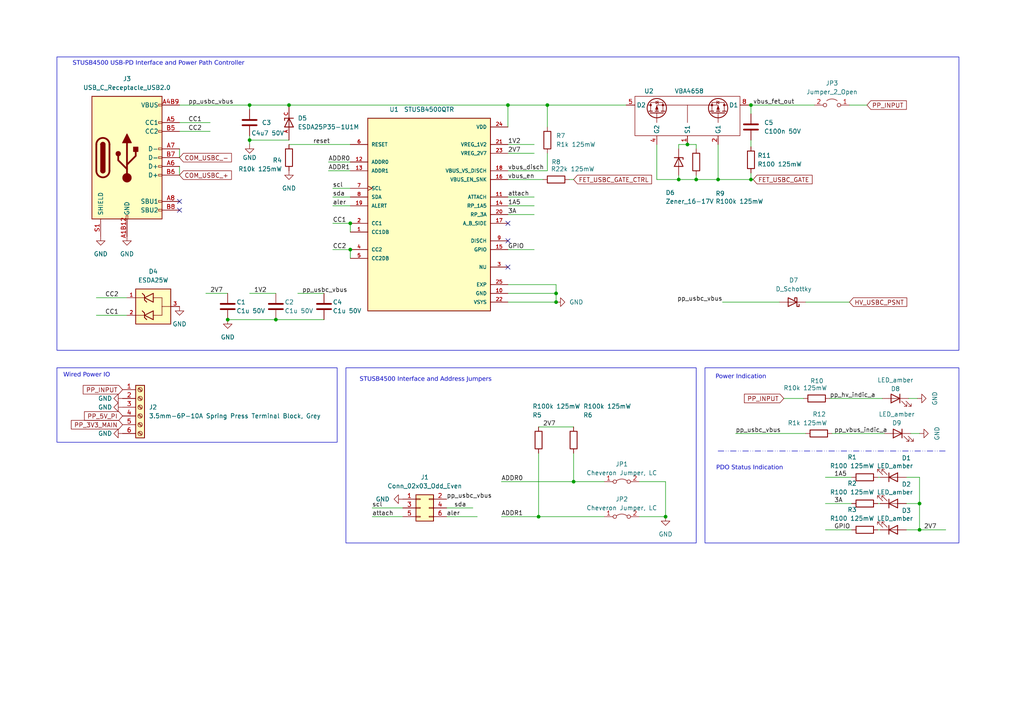
<source format=kicad_sch>
(kicad_sch (version 20231120) (generator "eeschema") (generator_version "8.0")
  (paper "A4")
  (title_block (title "Power Interfaces") (date "2025-02-17") (rev "2.0") (comment 1 "Matthew Guo") (comment 2 "matthew@paisleymicro.com") (comment 3 "Matthew Guo") (comment 4 "matthew@paisleymicro.com") (comment 5 "Firefly-4") (comment 6 "PAISLEY-FC-4") (comment 7 "2025") (comment 8 "Firefly Automation Controller for RPi CM4"))
  (lib_symbols
    (symbol "Connector:Screw_Terminal_01x06" (pin_names (offset 1.016) hide)
      (property "Reference" "J" (at 0 7.62 0))
      (property "Value" "Screw_Terminal_01x06" (at 0 -10.16 0))
      (symbol "Screw_Terminal_01x06_1_1"
        (rectangle (start -1.27 6.35) (end 1.27 -8.89) (stroke (width 0.254)) (fill (type background)))
        (circle (center 0 -7.62) (radius 0.635) (stroke (width 0.1524)))
        (circle (center 0 -5.08) (radius 0.635) (stroke (width 0.1524)))
        (circle (center 0 -2.54) (radius 0.635) (stroke (width 0.1524)))
        (polyline (pts (xy -0.5334 -7.2898) (xy 0.3302 -8.128)) (stroke (width 0.1524)))
        (polyline (pts (xy -0.5334 -4.7498) (xy 0.3302 -5.588)) (stroke (width 0.1524)))
        (polyline (pts (xy -0.5334 -2.2098) (xy 0.3302 -3.048)) (stroke (width 0.1524)))
        (polyline (pts (xy -0.5334 0.3302) (xy 0.3302 -0.508)) (stroke (width 0.1524)))
        (polyline (pts (xy -0.5334 2.8702) (xy 0.3302 2.032)) (stroke (width 0.1524)))
        (polyline (pts (xy -0.5334 5.4102) (xy 0.3302 4.572)) (stroke (width 0.1524)))
        (polyline (pts (xy -0.3556 -7.112) (xy 0.508 -7.9502)) (stroke (width 0.1524)))
        (polyline (pts (xy -0.3556 -4.572) (xy 0.508 -5.4102)) (stroke (width 0.1524)))
        (polyline (pts (xy -0.3556 -2.032) (xy 0.508 -2.8702)) (stroke (width 0.1524)))
        (polyline (pts (xy -0.3556 0.508) (xy 0.508 -0.3302)) (stroke (width 0.1524)))
        (polyline (pts (xy -0.3556 3.048) (xy 0.508 2.2098)) (stroke (width 0.1524)))
        (polyline (pts (xy -0.3556 5.588) (xy 0.508 4.7498)) (stroke (width 0.1524)))
        (circle (center 0 0) (radius 0.635) (stroke (width 0.1524)))
        (circle (center 0 2.54) (radius 0.635) (stroke (width 0.1524)))
        (circle (center 0 5.08) (radius 0.635) (stroke (width 0.1524)))
        (pin passive line (at -5.08 5.08 0) (length 3.81) (name "Pin_1") (number "1"))
        (pin passive line (at -5.08 2.54 0) (length 3.81) (name "Pin_2") (number "2"))
        (pin passive line (at -5.08 0 0) (length 3.81) (name "Pin_3") (number "3"))
        (pin passive line (at -5.08 -2.54 0) (length 3.81) (name "Pin_4") (number "4"))
        (pin passive line (at -5.08 -5.08 0) (length 3.81) (name "Pin_5") (number "5"))
        (pin passive line (at -5.08 -7.62 0) (length 3.81) (name "Pin_6") (number "6"))
      )
    )
    (symbol "Connector:USB_C_Receptacle_USB2.0" (pin_names (offset 1.016))
      (property "Reference" "J6" (at 0 22.86 0))
      (property "Value" "USB_C_Receptacle_USB2.0" (at 0 20.32 0))
      (symbol "USB_C_Receptacle_USB2.0_0_0"
        (rectangle (start -0.254 -17.78) (end 0.254 -16.764))
        (rectangle (start 10.16 -14.986) (end 9.144 -15.494))
        (rectangle (start 10.16 -12.446) (end 9.144 -12.954))
        (rectangle (start 10.16 -4.826) (end 9.144 -5.334))
        (rectangle (start 10.16 -2.286) (end 9.144 -2.794))
        (rectangle (start 10.16 0.254) (end 9.144 -0.254))
        (rectangle (start 10.16 2.794) (end 9.144 2.286))
        (rectangle (start 10.16 7.874) (end 9.144 7.366))
        (rectangle (start 10.16 10.414) (end 9.144 9.906))
        (rectangle (start 10.16 15.494) (end 9.144 14.986))
      )
      (symbol "USB_C_Receptacle_USB2.0_0_1"
        (rectangle (start -10.16 17.78) (end 10.16 -17.78) (stroke (width 0.254)) (fill (type background)))
        (arc (start -8.89 -3.81) (mid -6.985 -5.7067) (end -5.08 -3.81) (stroke (width 0.508)))
        (arc (start -7.62 -3.81) (mid -6.985 -4.4423) (end -6.35 -3.81) (stroke (width 0.254)))
        (arc (start -7.62 -3.81) (mid -6.985 -4.4423) (end -6.35 -3.81) (stroke (width 0.254)) (fill (type outline)))
        (rectangle (start -7.62 -3.81) (end -6.35 3.81) (stroke (width 0.254)) (fill (type outline)))
        (arc (start -6.35 3.81) (mid -6.985 4.4423) (end -7.62 3.81) (stroke (width 0.254)))
        (arc (start -6.35 3.81) (mid -6.985 4.4423) (end -7.62 3.81) (stroke (width 0.254)) (fill (type outline)))
        (arc (start -5.08 3.81) (mid -6.985 5.7067) (end -8.89 3.81) (stroke (width 0.508)))
        (circle (center -2.54 1.143) (radius 0.635) (stroke (width 0.254)) (fill (type outline)))
        (circle (center 0 -5.842) (radius 1.27) (fill (type outline)))
        (polyline (pts (xy -8.89 -3.81) (xy -8.89 3.81)) (stroke (width 0.508)))
        (polyline (pts (xy -5.08 3.81) (xy -5.08 -3.81)) (stroke (width 0.508)))
        (polyline (pts (xy 0 -5.842) (xy 0 4.318)) (stroke (width 0.508)))
        (polyline (pts (xy 0 -3.302) (xy -2.54 -0.762) (xy -2.54 0.508)) (stroke (width 0.508)))
        (polyline (pts (xy 0 -2.032) (xy 2.54 0.508) (xy 2.54 1.778)) (stroke (width 0.508)))
        (polyline (pts (xy -1.27 4.318) (xy 0 6.858) (xy 1.27 4.318) (xy -1.27 4.318)) (stroke (width 0.254)) (fill (type outline)))
        (rectangle (start 1.905 1.778) (end 3.175 3.048) (stroke (width 0.254)) (fill (type outline)))
      )
      (symbol "USB_C_Receptacle_USB2.0_1_1"
        (pin passive line (at 0 -22.86 90) (length 5.08) hide (name "GND") (number "A12B1"))
        (pin passive line (at 0 -22.86 90) (length 5.08) (name "GND") (number "A1B12"))
        (pin passive line (at 15.24 15.24 180) (length 5.08) (name "VBUS") (number "A4B9"))
        (pin bidirectional line (at 15.24 10.16 180) (length 5.08) (name "CC1") (number "A5"))
        (pin bidirectional line (at 15.24 -2.54 180) (length 5.08) (name "D+") (number "A6"))
        (pin bidirectional line (at 15.24 2.54 180) (length 5.08) (name "D-") (number "A7"))
        (pin bidirectional line (at 15.24 -12.7 180) (length 5.08) (name "SBU1") (number "A8"))
        (pin passive line (at 15.24 15.24 180) (length 5.08) hide (name "VBUS") (number "A9B4"))
        (pin bidirectional line (at 15.24 7.62 180) (length 5.08) (name "CC2") (number "B5"))
        (pin bidirectional line (at 15.24 -5.08 180) (length 5.08) (name "D+") (number "B6"))
        (pin bidirectional line (at 15.24 0 180) (length 5.08) (name "D-") (number "B7"))
        (pin bidirectional line (at 15.24 -15.24 180) (length 5.08) (name "SBU2") (number "B8"))
        (pin passive line (at -7.62 -22.86 90) (length 5.08) (name "SHIELD") (number "S1"))
      )
    )
    (symbol "Connector_Generic:Conn_02x03_Odd_Even" (pin_names (offset 1.016) hide)
      (property "Reference" "J" (at 1.27 5.08 0))
      (property "Value" "Conn_02x03_Odd_Even" (at 1.27 -5.08 0))
      (symbol "Conn_02x03_Odd_Even_1_1"
        (rectangle (start -1.27 -2.413) (end 0 -2.667) (stroke (width 0.1524)))
        (rectangle (start -1.27 0.127) (end 0 -0.127) (stroke (width 0.1524)))
        (rectangle (start -1.27 2.667) (end 0 2.413) (stroke (width 0.1524)))
        (rectangle (start -1.27 3.81) (end 3.81 -3.81) (stroke (width 0.254)) (fill (type background)))
        (rectangle (start 3.81 -2.413) (end 2.54 -2.667) (stroke (width 0.1524)))
        (rectangle (start 3.81 0.127) (end 2.54 -0.127) (stroke (width 0.1524)))
        (rectangle (start 3.81 2.667) (end 2.54 2.413) (stroke (width 0.1524)))
        (pin passive line (at -5.08 2.54 0) (length 3.81) (name "Pin_1") (number "1"))
        (pin passive line (at 7.62 2.54 180) (length 3.81) (name "Pin_2") (number "2"))
        (pin passive line (at -5.08 0 0) (length 3.81) (name "Pin_3") (number "3"))
        (pin passive line (at 7.62 0 180) (length 3.81) (name "Pin_4") (number "4"))
        (pin passive line (at -5.08 -2.54 0) (length 3.81) (name "Pin_5") (number "5"))
        (pin passive line (at 7.62 -2.54 180) (length 3.81) (name "Pin_6") (number "6"))
      )
    )
    (symbol "Device:C" (pin_numbers hide) (pin_names (offset 0.254))
      (property "Reference" "C" (at 0.635 2.54 0))
      (property "Value" "C" (at 0.635 -2.54 0))
      (symbol "C_0_1"
        (polyline (pts (xy -2.032 -0.762) (xy 2.032 -0.762)) (stroke (width 0.508)))
        (polyline (pts (xy -2.032 0.762) (xy 2.032 0.762)) (stroke (width 0.508)))
      )
      (symbol "C_1_1"
        (pin passive line (at 0 3.81 270) (length 2.794) (name "~") (number "1"))
        (pin passive line (at 0 -3.81 90) (length 2.794) (name "~") (number "2"))
      )
    )
    (symbol "Device:D_Schottky" (pin_numbers hide) (pin_names (offset 1.016) hide)
      (property "Reference" "D" (at 0 2.54 0))
      (property "Value" "D_Schottky" (at 0 -2.54 0))
      (symbol "D_Schottky_0_1"
        (polyline (pts (xy 1.27 0) (xy -1.27 0)))
        (polyline (pts (xy 1.27 1.27) (xy 1.27 -1.27) (xy -1.27 0) (xy 1.27 1.27)) (stroke (width 0.254)))
        (polyline (pts (xy -1.905 0.635) (xy -1.905 1.27) (xy -1.27 1.27) (xy -1.27 -1.27) (xy -0.635 -1.27) (xy -0.635 -0.635)) (stroke (width 0.254)))
      )
      (symbol "D_Schottky_1_1"
        (pin passive line (at -3.81 0 0) (length 2.54) (name "K") (number "1"))
        (pin passive line (at 3.81 0 180) (length 2.54) (name "A") (number "2"))
      )
    )
    (symbol "Device:D_Zener" (pin_numbers hide) (pin_names (offset 1.016) hide)
      (property "Reference" "D" (at 0 2.54 0))
      (property "Value" "D_Zener" (at 0 -2.54 0))
      (symbol "D_Zener_0_1"
        (polyline (pts (xy 1.27 0) (xy -1.27 0)))
        (polyline (pts (xy -1.27 -1.27) (xy -1.27 1.27) (xy -0.762 1.27)) (stroke (width 0.254)))
        (polyline (pts (xy 1.27 -1.27) (xy 1.27 1.27) (xy -1.27 0) (xy 1.27 -1.27)) (stroke (width 0.254)))
      )
      (symbol "D_Zener_1_1"
        (pin passive line (at -3.81 0 0) (length 2.54) (name "K") (number "1"))
        (pin passive line (at 3.81 0 180) (length 2.54) (name "A") (number "2"))
      )
    )
    (symbol "Device:LED" (pin_numbers hide) (pin_names (offset 1.016) hide)
      (property "Reference" "D" (at 0 2.54 0))
      (property "Value" "LED" (at 0 -2.54 0))
      (symbol "LED_0_1"
        (polyline (pts (xy -1.27 -1.27) (xy -1.27 1.27)) (stroke (width 0.254)))
        (polyline (pts (xy -1.27 0) (xy 1.27 0)))
        (polyline (pts (xy 1.27 -1.27) (xy 1.27 1.27) (xy -1.27 0) (xy 1.27 -1.27)) (stroke (width 0.254)))
        (polyline (pts (xy -3.048 -0.762) (xy -4.572 -2.286) (xy -3.81 -2.286) (xy -4.572 -2.286) (xy -4.572 -1.524)))
        (polyline (pts (xy -1.778 -0.762) (xy -3.302 -2.286) (xy -2.54 -2.286) (xy -3.302 -2.286) (xy -3.302 -1.524)))
      )
      (symbol "LED_1_1"
        (pin passive line (at -3.81 0 0) (length 2.54) (name "K") (number "1"))
        (pin passive line (at 3.81 0 180) (length 2.54) (name "A") (number "2"))
      )
    )
    (symbol "Device:R" (pin_numbers hide) (pin_names (offset 0))
      (property "Reference" "R" (at 2.032 0 90))
      (property "Value" "R" (at 0 0 90))
      (symbol "R_0_1"
        (rectangle (start -1.016 -2.54) (end 1.016 2.54) (stroke (width 0.254)))
      )
      (symbol "R_1_1"
        (pin passive line (at 0 3.81 270) (length 1.27) (name "~") (number "1"))
        (pin passive line (at 0 -3.81 90) (length 1.27) (name "~") (number "2"))
      )
    )
    (symbol "Jumper:Jumper_2_Bridged" (pin_names (offset 0) hide)
      (property "Reference" "JP" (at 0 1.905 0))
      (property "Value" "Jumper_2_Bridged" (at 0 -2.54 0))
      (symbol "Jumper_2_Bridged_0_0"
        (circle (center -2.032 0) (radius 0.508))
        (circle (center 2.032 0) (radius 0.508))
      )
      (symbol "Jumper_2_Bridged_0_1"
        (arc (start 1.524 0.254) (mid 0 0.762) (end -1.524 0.254))
      )
      (symbol "Jumper_2_Bridged_1_1"
        (pin passive line (at -5.08 0 0) (length 2.54) (name "A") (number "1"))
        (pin passive line (at 5.08 0 180) (length 2.54) (name "B") (number "2"))
      )
    )
    (symbol "Jumper:Jumper_2_Open" (pin_names (offset 0) hide)
      (property "Reference" "JP" (at 0 2.794 0))
      (property "Value" "Jumper_2_Open" (at 0 -2.286 0))
      (symbol "Jumper_2_Open_0_0"
        (circle (center -2.032 0) (radius 0.508))
        (circle (center 2.032 0) (radius 0.508))
      )
      (symbol "Jumper_2_Open_0_1"
        (arc (start 1.524 1.27) (mid 0 1.778) (end -1.524 1.27))
      )
      (symbol "Jumper_2_Open_1_1"
        (pin passive line (at -5.08 0 0) (length 2.54) (name "A") (number "1"))
        (pin passive line (at 5.08 0 180) (length 2.54) (name "B") (number "2"))
      )
    )
    (symbol "aaafootprintlib:ESDA25P35-1U1M" (pin_names (offset 1.016))
      (property "Reference" "D" (at -5.0835 2.4159 0))
      (property "Value" "ESDA25P35-1U1M" (at -5.0854 -4.9611 0))
      (symbol "ESDA25P35-1U1M_0_0"
        (polyline (pts (xy -1.27 -1.27) (xy -1.27 0)) (stroke (width 0.254)))
        (polyline (pts (xy -1.27 0) (xy -1.27 1.27)) (stroke (width 0.254)))
        (polyline (pts (xy -1.27 0) (xy 1.27 -1.27)) (stroke (width 0.254)))
        (polyline (pts (xy -0.635 -1.27) (xy -1.27 -1.27)) (stroke (width 0.254)))
        (polyline (pts (xy 1.27 -1.27) (xy 1.27 1.27)) (stroke (width 0.254)))
        (polyline (pts (xy 1.27 1.27) (xy -1.27 0)) (stroke (width 0.254)))
        (pin passive line (at 5.08 0 180) (length 5.08) (name "~") (number "A"))
        (pin passive line (at -5.08 0 0) (length 5.08) (name "~") (number "C"))
      )
    )
    (symbol "aaafootprintlib:ESDA25W" (pin_names (offset 1.016))
      (property "Reference" "D" (at -5.08 6.35 0))
      (property "Value" "ESDA25W" (at -5.08 -6.35 0))
      (symbol "ESDA25W_0_0"
        (rectangle (start -5.08 -5.08) (end 5.08 5.08) (stroke (width 0.254)) (fill (type background)))
        (polyline (pts (xy -5.08 -2.54) (xy -2.54 -2.54)) (stroke (width 0.1524)))
        (polyline (pts (xy -5.08 2.54) (xy -2.54 2.54)) (stroke (width 0.1524)))
        (polyline (pts (xy -3.175 -1.27) (xy -2.54 -1.905)) (stroke (width 0.254)))
        (polyline (pts (xy -3.175 3.81) (xy -2.54 3.175)) (stroke (width 0.254)))
        (polyline (pts (xy -2.54 -3.175) (xy -1.905 -3.81)) (stroke (width 0.254)))
        (polyline (pts (xy -2.54 -2.54) (xy -2.54 -3.175)) (stroke (width 0.254)))
        (polyline (pts (xy -2.54 -2.54) (xy 0 -1.27)) (stroke (width 0.254)))
        (polyline (pts (xy -2.54 -1.905) (xy -2.54 -2.54)) (stroke (width 0.254)))
        (polyline (pts (xy -2.54 1.905) (xy -1.905 1.27)) (stroke (width 0.254)))
        (polyline (pts (xy -2.54 2.54) (xy -2.54 1.905)) (stroke (width 0.254)))
        (polyline (pts (xy -2.54 2.54) (xy 0 3.81)) (stroke (width 0.254)))
        (polyline (pts (xy -2.54 3.175) (xy -2.54 2.54)) (stroke (width 0.254)))
        (polyline (pts (xy 0 -3.81) (xy -2.54 -2.54)) (stroke (width 0.254)))
        (polyline (pts (xy 0 -2.54) (xy 0 -3.81)) (stroke (width 0.254)))
        (polyline (pts (xy 0 -1.27) (xy 0 -2.54)) (stroke (width 0.254)))
        (polyline (pts (xy 0 1.27) (xy -2.54 2.54)) (stroke (width 0.254)))
        (polyline (pts (xy 0 2.54) (xy 0 1.27)) (stroke (width 0.254)))
        (polyline (pts (xy 0 3.81) (xy 0 2.54)) (stroke (width 0.254)))
        (polyline (pts (xy 2.54 -2.54) (xy 0 -2.54)) (stroke (width 0.1524)))
        (polyline (pts (xy 2.54 -2.54) (xy 2.54 0)) (stroke (width 0.1524)))
        (polyline (pts (xy 2.54 0) (xy 2.54 2.54)) (stroke (width 0.1524)))
        (polyline (pts (xy 2.54 0) (xy 5.08 0)) (stroke (width 0.1524)))
        (polyline (pts (xy 2.54 2.54) (xy 0 2.54)) (stroke (width 0.1524)))
        (pin passive line (at -7.62 2.54 0) (length 2.54) (name "~") (number "1"))
        (pin passive line (at -7.62 -2.54 0) (length 2.54) (name "~") (number "2"))
        (pin passive line (at 7.62 0 180) (length 2.54) (name "~") (number "3"))
      )
    )
    (symbol "aaafootprintlib:STUSB4500LQTR" (pin_names (offset 1.016))
      (property "Reference" "U" (at -17.78 28.575 0))
      (property "Value" "STUSB4500LQTR" (at -17.78 -30.48 0))
      (symbol "STUSB4500LQTR_0_0"
        (rectangle (start -17.78 -27.94) (end 17.78 27.94) (stroke (width 0.254)) (fill (type background)))
        (pin bidirectional line (at -22.86 -5.08 0) (length 5.08) (name "CC1DB") (number "1"))
        (pin power_in line (at 22.86 -22.86 180) (length 5.08) (name "GND") (number "10"))
        (pin output line (at 22.86 5.08 180) (length 5.08) (name "ATTACH") (number "11"))
        (pin input line (at -22.86 15.24 0) (length 5.08) (name "ADDR0") (number "12"))
        (pin input line (at -22.86 12.7 0) (length 5.08) (name "ADDR1") (number "13"))
        (pin output line (at 22.86 2.54 180) (length 5.08) (name "RP_1A5") (number "14"))
        (pin bidirectional line (at 22.86 -10.16 180) (length 5.08) (name "GPIO") (number "15"))
        (pin output line (at 22.86 10.16 180) (length 5.08) (name "VBUS_EN_SNK") (number "16"))
        (pin output line (at 22.86 -2.54 180) (length 5.08) (name "A_B_SIDE") (number "17"))
        (pin input line (at 22.86 12.7 180) (length 5.08) (name "VBUS_VS_DISCH") (number "18"))
        (pin output line (at -22.86 2.54 0) (length 5.08) (name "ALERT") (number "19"))
        (pin bidirectional line (at -22.86 -2.54 0) (length 5.08) (name "CC1") (number "2"))
        (pin output line (at 22.86 0 180) (length 5.08) (name "RP_3A") (number "20"))
        (pin output line (at 22.86 20.32 180) (length 5.08) (name "VREG_1V2") (number "21"))
        (pin power_in line (at 22.86 -25.4 180) (length 5.08) (name "VSYS") (number "22"))
        (pin output line (at 22.86 17.78 180) (length 5.08) (name "VREG_2V7") (number "23"))
        (pin power_in line (at 22.86 25.4 180) (length 5.08) (name "VDD") (number "24"))
        (pin power_in line (at 22.86 -20.32 180) (length 5.08) (name "EXP") (number "25"))
        (pin passive line (at 22.86 -15.24 180) (length 5.08) (name "NU") (number "3"))
        (pin bidirectional line (at -22.86 -10.16 0) (length 5.08) (name "CC2") (number "4"))
        (pin bidirectional line (at -22.86 -12.7 0) (length 5.08) (name "CC2DB") (number "5"))
        (pin input line (at -22.86 20.32 0) (length 5.08) (name "RESET") (number "6"))
        (pin input clock (at -22.86 7.62 0) (length 5.08) (name "SCL") (number "7"))
        (pin bidirectional line (at -22.86 5.08 0) (length 5.08) (name "SDA") (number "8"))
        (pin bidirectional line (at 22.86 -7.62 180) (length 5.08) (name "DISCH") (number "9"))
      )
    )
    (symbol "aaafootprintlib:VBA4658"
      (property "Reference" "U2" (at -10.922 -2.286 0))
      (property "Value" "VBA4658" (at 0.762 -2.286 0))
      (symbol "VBA4658_0_1"
        (rectangle (start -13.97 -3.81) (end 16.51 -15.24))
        (circle (center -9.398 -6.35) (radius 0.254) (fill (type outline)))
        (circle (center -7.62 -7.239) (radius 2.794) (stroke (width 0.254)))
        (circle (center -5.842 -6.35) (radius 0.254) (fill (type outline)))
        (polyline (pts (xy -10.16 -6.35) (xy -9.398 -6.35)))
        (polyline (pts (xy -9.906 -8.128) (xy -8.89 -8.128)) (stroke (width 0.254)))
        (polyline (pts (xy -9.525 -8.636) (xy -5.715 -8.636)) (stroke (width 0.254)))
        (polyline (pts (xy -8.128 -8.128) (xy -7.112 -8.128)) (stroke (width 0.254)))
        (polyline (pts (xy -7.62 -8.636) (xy -7.62 -11.43)))
        (polyline (pts (xy -6.35 -8.128) (xy -5.334 -8.128)) (stroke (width 0.254)))
        (polyline (pts (xy -5.08 -6.35) (xy 7.62 -6.35)))
        (polyline (pts (xy 1.27 -6.35) (xy 1.27 -11.43)))
        (polyline (pts (xy 8.89 -8.128) (xy 7.874 -8.128)) (stroke (width 0.254)))
        (polyline (pts (xy 10.16 -8.636) (xy 10.16 -11.43)))
        (polyline (pts (xy 10.668 -8.128) (xy 9.652 -8.128)) (stroke (width 0.254)))
        (polyline (pts (xy 12.065 -8.636) (xy 8.255 -8.636)) (stroke (width 0.254)))
        (polyline (pts (xy 12.446 -8.128) (xy 11.43 -8.128)) (stroke (width 0.254)))
        (polyline (pts (xy 12.7 -6.35) (xy 11.938 -6.35)))
        (polyline (pts (xy -5.08 -6.35) (xy -7.62 -6.35) (xy -7.62 -8.128)))
        (polyline (pts (xy 7.62 -6.35) (xy 10.16 -6.35) (xy 10.16 -8.128)))
        (polyline (pts (xy -9.398 -8.128) (xy -9.398 -5.588) (xy -5.842 -5.588) (xy -5.842 -8.128)))
        (polyline (pts (xy -7.62 -6.604) (xy -8.001 -7.62) (xy -7.239 -7.62) (xy -7.62 -6.604)) (fill (type outline)))
        (polyline (pts (xy -7.239 -5.588) (xy -7.874 -5.969) (xy -7.874 -5.207) (xy -7.239 -5.588)))
        (polyline (pts (xy -7.112 -6.096) (xy -7.239 -5.969) (xy -7.239 -5.207) (xy -7.366 -5.08)))
        (polyline (pts (xy 9.652 -6.096) (xy 9.779 -5.969) (xy 9.779 -5.207) (xy 9.906 -5.08)))
        (polyline (pts (xy 9.779 -5.588) (xy 10.414 -5.969) (xy 10.414 -5.207) (xy 9.779 -5.588)))
        (polyline (pts (xy 10.16 -6.604) (xy 10.541 -7.62) (xy 9.779 -7.62) (xy 10.16 -6.604)) (fill (type outline)))
        (polyline (pts (xy 11.938 -8.128) (xy 11.938 -5.588) (xy 8.382 -5.588) (xy 8.382 -8.128)))
        (circle (center 8.382 -6.35) (radius 0.254) (fill (type outline)))
        (circle (center 10.16 -7.239) (radius 2.794) (stroke (width 0.254)))
        (circle (center 11.938 -6.35) (radius 0.254) (fill (type outline)))
      )
      (symbol "VBA4658_1_1"
        (pin passive line (at 1.27 -17.78 90) (length 2.54) (name "S1") (number "1"))
        (pin input line (at -7.62 -17.78 90) (length 2.54) (name "G1") (number "2"))
        (pin passive line (at 1.27 -17.78 90) (length 2.54) hide (name "S2") (number "3"))
        (pin input line (at 10.16 -17.78 90) (length 2.54) (name "G2") (number "4"))
        (pin passive line (at 19.05 -6.35 180) (length 2.54) (name "D2") (number "5"))
        (pin passive line (at 19.05 -6.35 180) (length 2.54) hide (name "D2") (number "6"))
        (pin passive line (at -16.51 -6.35 0) (length 2.54) hide (name "D1") (number "7"))
        (pin passive line (at -16.51 -6.35 0) (length 2.54) (name "D1") (number "8"))
      )
    )
    (symbol "power:GND" (power) (pin_names (offset 0))
      (property "Value" "GND" (at 0 -3.81 0))
      (symbol "GND_0_1"
        (polyline (pts (xy 0 0) (xy 0 -1.27) (xy 1.27 -1.27) (xy 0 -2.54) (xy -1.27 -1.27) (xy 0 -1.27)))
      )
      (symbol "GND_1_1"
        (pin power_in line (at 0 0 270) (length 0) hide (name "GND") (number "1"))
      )
    )
  )
  (junction (at 83.82 30.48))
  (junction (at 101.6 72.39))
  (junction (at 158.75 30.48))
  (junction (at 193.04 149.86))
  (junction (at 208.28 52.07))
  (junction (at 66.04 92.71))
  (junction (at 217.805 52.07))
  (junction (at 201.93 52.07))
  (junction (at 156.21 149.86))
  (junction (at 199.39 41.91))
  (junction (at 80.01 92.71))
  (junction (at 196.85 52.07))
  (junction (at 161.29 85.09))
  (junction (at 72.39 40.64))
  (junction (at 266.7 146.05))
  (junction (at 147.32 30.48))
  (junction (at 161.29 87.63))
  (junction (at 101.6 64.77))
  (junction (at 166.37 139.7))
  (junction (at 72.39 30.48))
  (junction (at 217.805 30.48))
  (junction (at 266.7 153.67))
  (no_connect (at 147.32 69.85))
  (no_connect (at 147.32 77.47))
  (no_connect (at 147.32 64.77))
  (no_connect (at 52.07 58.42))
  (no_connect (at 52.07 60.96))
  (wire (pts (xy 208.28 52.07) (xy 217.805 52.07)))
  (wire (pts (xy 96.52 72.39) (xy 101.6 72.39)))
  (wire (pts (xy 129.54 147.32) (xy 137.16 147.32)))
  (wire (pts (xy 145.415 139.7) (xy 166.37 139.7)))
  (wire (pts (xy 147.32 52.07) (xy 157.48 52.07)))
  (wire (pts (xy 201.93 52.07) (xy 208.28 52.07)))
  (wire (pts (xy 147.32 41.91) (xy 154.94 41.91)))
  (wire (pts (xy 266.065 115.57) (xy 263.525 115.57)))
  (wire (pts (xy 95.25 49.53) (xy 101.6 49.53)))
  (wire (pts (xy 254.635 138.43) (xy 255.27 138.43)))
  (wire (pts (xy 213.36 125.73) (xy 233.68 125.73)))
  (wire (pts (xy 190.5 52.07) (xy 196.85 52.07)))
  (wire (pts (xy 147.32 62.23) (xy 154.94 62.23)))
  (wire (pts (xy 218.44 52.07) (xy 217.805 52.07)))
  (wire (pts (xy 147.32 36.83) (xy 147.32 30.48)))
  (wire (pts (xy 107.95 149.86) (xy 116.84 149.86)))
  (wire (pts (xy 266.7 138.43) (xy 262.89 138.43)))
  (wire (pts (xy 86.36 85.09) (xy 93.98 85.09)))
  (wire (pts (xy 196.85 52.07) (xy 201.93 52.07)))
  (wire (pts (xy 72.39 41.91) (xy 72.39 40.64)))
  (wire (pts (xy 72.39 30.48) (xy 72.39 31.75)))
  (wire (pts (xy 166.37 139.7) (xy 175.26 139.7)))
  (wire (pts (xy 96.52 57.15) (xy 101.6 57.15)))
  (wire (pts (xy 83.82 30.48) (xy 147.32 30.48)))
  (wire (pts (xy 147.32 82.55) (xy 161.29 82.55)))
  (wire (pts (xy 145.415 149.86) (xy 156.21 149.86)))
  (wire (pts (xy 217.805 30.48) (xy 236.22 30.48)))
  (wire (pts (xy 52.07 35.56) (xy 60.96 35.56)))
  (wire (pts (xy 196.85 41.91) (xy 196.85 43.18)))
  (wire (pts (xy 101.6 72.39) (xy 101.6 74.93)))
  (wire (pts (xy 147.32 30.48) (xy 158.75 30.48)))
  (wire (pts (xy 156.21 123.825) (xy 166.37 123.825)))
  (wire (pts (xy 254.635 146.05) (xy 255.27 146.05)))
  (wire (pts (xy 147.32 57.15) (xy 154.94 57.15)))
  (wire (pts (xy 185.42 139.7) (xy 193.04 139.7)))
  (wire (pts (xy 52.07 38.1) (xy 60.96 38.1)))
  (wire (pts (xy 158.75 30.48) (xy 181.61 30.48)))
  (wire (pts (xy 80.01 92.71) (xy 93.98 92.71)))
  (wire (pts (xy 129.54 149.86) (xy 138.43 149.86)))
  (wire (pts (xy 266.7 125.73) (xy 264.16 125.73)))
  (wire (pts (xy 27.94 91.44) (xy 36.83 91.44)))
  (wire (pts (xy 52.07 48.26) (xy 52.07 50.8)))
  (wire (pts (xy 147.32 85.09) (xy 161.29 85.09)))
  (wire (pts (xy 217.805 50.165) (xy 217.805 52.07)))
  (wire (pts (xy 147.32 44.45) (xy 154.94 44.45)))
  (wire (pts (xy 52.07 43.18) (xy 52.07 45.72)))
  (wire (pts (xy 156.21 149.86) (xy 175.26 149.86)))
  (wire (pts (xy 83.82 41.91) (xy 101.6 41.91)))
  (wire (pts (xy 266.7 138.43) (xy 266.7 146.05)))
  (wire (pts (xy 147.32 87.63) (xy 161.29 87.63)))
  (wire (pts (xy 72.39 85.09) (xy 80.01 85.09)))
  (wire (pts (xy 101.6 64.77) (xy 101.6 67.31)))
  (wire (pts (xy 52.07 30.48) (xy 72.39 30.48)))
  (wire (pts (xy 201.93 41.91) (xy 201.93 43.18)))
  (wire (pts (xy 147.32 49.53) (xy 158.75 49.53)))
  (wire (pts (xy 158.75 49.53) (xy 158.75 44.45)))
  (wire (pts (xy 156.21 131.445) (xy 156.21 149.86)))
  (wire (pts (xy 147.32 72.39) (xy 154.94 72.39)))
  (wire (pts (xy 217.805 40.64) (xy 217.805 42.545)))
  (wire (pts (xy 196.85 50.8) (xy 196.85 52.07)))
  (wire (pts (xy 199.39 41.91) (xy 201.93 41.91)))
  (wire (pts (xy 266.7 146.05) (xy 262.89 146.05)))
  (wire (pts (xy 239.395 138.43) (xy 247.015 138.43)))
  (wire (pts (xy 161.29 85.09) (xy 161.29 87.63)))
  (wire (pts (xy 83.82 40.64) (xy 72.39 40.64)))
  (wire (pts (xy 66.04 92.71) (xy 80.01 92.71)))
  (wire (pts (xy 190.5 41.91) (xy 190.5 52.07)))
  (wire (pts (xy 193.04 139.7) (xy 193.04 149.86)))
  (polyline (pts (xy 208.28 130.81) (xy 274.32 130.81)) (stroke (width 0) (type dash_dot_dot)))
  (wire (pts (xy 199.39 41.91) (xy 196.85 41.91)))
  (wire (pts (xy 217.17 30.48) (xy 217.805 30.48)))
  (wire (pts (xy 96.52 59.69) (xy 101.6 59.69)))
  (wire (pts (xy 266.7 153.67) (xy 274.32 153.67)))
  (wire (pts (xy 166.37 131.445) (xy 166.37 139.7)))
  (wire (pts (xy 209.55 87.63) (xy 226.06 87.63)))
  (wire (pts (xy 27.94 86.36) (xy 36.83 86.36)))
  (wire (pts (xy 96.52 54.61) (xy 101.6 54.61)))
  (wire (pts (xy 254.635 153.67) (xy 255.27 153.67)))
  (wire (pts (xy 72.39 30.48) (xy 83.82 30.48)))
  (wire (pts (xy 161.29 82.55) (xy 161.29 85.09)))
  (wire (pts (xy 239.395 146.05) (xy 247.015 146.05)))
  (wire (pts (xy 233.68 87.63) (xy 246.38 87.63)))
  (wire (pts (xy 241.3 125.73) (xy 256.54 125.73)))
  (wire (pts (xy 208.28 41.91) (xy 208.28 52.07)))
  (wire (pts (xy 95.25 46.99) (xy 101.6 46.99)))
  (wire (pts (xy 266.7 153.67) (xy 262.89 153.67)))
  (wire (pts (xy 96.52 64.77) (xy 101.6 64.77)))
  (wire (pts (xy 201.93 50.8) (xy 201.93 52.07)))
  (wire (pts (xy 59.69 85.09) (xy 66.04 85.09)))
  (wire (pts (xy 227.33 115.57) (xy 233.045 115.57)))
  (wire (pts (xy 165.1 52.07) (xy 166.37 52.07)))
  (wire (pts (xy 246.38 30.48) (xy 251.46 30.48)))
  (wire (pts (xy 147.32 59.69) (xy 154.94 59.69)))
  (wire (pts (xy 239.395 153.67) (xy 247.015 153.67)))
  (wire (pts (xy 240.665 115.57) (xy 255.905 115.57)))
  (wire (pts (xy 72.39 40.64) (xy 72.39 39.37)))
  (wire (pts (xy 107.95 147.32) (xy 116.84 147.32)))
  (wire (pts (xy 193.04 149.86) (xy 185.42 149.86)))
  (wire (pts (xy 217.805 30.48) (xy 217.805 33.02)))
  (wire (pts (xy 158.75 30.48) (xy 158.75 36.83)))
  (wire (pts (xy 266.7 146.05) (xy 266.7 153.67)))
  (rectangle (start 100.33 106.68) (end 201.93 157.48))
  (rectangle (start 16.51 16.51) (end 278.13 101.6))
  (rectangle (start 204.47 106.68) (end 278.13 157.48))
  (rectangle (start 16.51 106.68) (end 97.79 128.27))
  (text "Wired Power IO" (at 25.146 109.22 0) (effects (font (size 1.27 1.27))))
  (text "STUSB4500 Interface and Address Jumpers" (at 123.444 110.49 0) (effects (font (size 1.27 1.27))))
  (text "STUSB4500 USB-PD Interface and Power Path Controller" (at 45.974 18.796 0) (effects (font (size 1.27 1.27))))
  (text "PDO Status Indication" (at 217.424 136.144 0) (effects (font (size 1.27 1.27))))
  (text "Power Indication" (at 214.884 109.728 0) (effects (font (size 1.27 1.27))))
  (label "1V2" (at 73.66 85.09 0))
  (label "aler" (at 129.54 149.86 0))
  (label "pp_usbc_vbus" (at 54.61 30.48 0))
  (label "GPIO" (at 241.935 153.67 0))
  (label "pp_hv_indic_a" (at 240.665 115.57 0))
  (label "3A" (at 241.935 146.05 0))
  (label "CC2" (at 96.52 72.39 0))
  (label "ADDR0" (at 95.25 46.99 0))
  (label "1A5" (at 147.32 59.69 0))
  (label "pp_usbc_vbus" (at 213.36 125.73 0))
  (label "vbus_fet_out" (at 218.44 30.48 0))
  (label "sda" (at 135.255 147.32 180))
  (label "CC1" (at 96.52 64.77 0))
  (label "CC2" (at 30.48 86.36 0))
  (label "2V7" (at 157.48 123.825 0))
  (label "attach" (at 147.32 57.15 0))
  (label "aler" (at 96.52 59.69 0))
  (label "2V7" (at 60.96 85.09 0))
  (label "3A" (at 147.32 62.23 0))
  (label "CC1" (at 54.61 35.56 0))
  (label "pp_vbus_indic_a" (at 241.935 125.73 0))
  (label "CC1" (at 30.48 91.44 0))
  (label "GPIO" (at 147.32 72.39 0))
  (label "ADDR1" (at 145.415 149.86 0))
  (label "pp_usbc_vbus" (at 129.54 144.78 0))
  (label "CC2" (at 54.61 38.1 0))
  (label "1A5" (at 241.935 138.43 0))
  (label "2V7" (at 267.97 153.67 0))
  (label "scl" (at 107.95 147.32 0))
  (label "pp_usbc_vbus" (at 87.63 85.09 0))
  (label "ADDR0" (at 145.415 139.7 0))
  (label "vbus_disch" (at 147.32 49.53 0))
  (label "sda" (at 96.52 57.15 0))
  (label "vbus_en" (at 147.32 52.07 0))
  (label "ADDR1" (at 95.25 49.53 0))
  (label "attach" (at 107.95 149.86 0))
  (label "2V7" (at 147.32 44.45 0))
  (label "scl" (at 96.52 54.61 0))
  (label "1V2" (at 147.32 41.91 0))
  (label "reset" (at 90.805 41.91 0))
  (label "pp_usbc_vbus" (at 209.55 87.63 180))
  (global_label "PP_INPUT" (shape input) (at 251.46 30.48 0) (property "Intersheetrefs" "${INTERSHEET_REFS}" (effects (hide yes))))
  (global_label "PP_5V_PI" (shape input) (at 35.56 120.65 180) (property "Intersheetrefs" "${INTERSHEET_REFS}" (effects (hide yes))))
  (global_label "PP_3V3_MAIN" (shape input) (at 35.56 123.19 180) (property "Intersheetrefs" "${INTERSHEET_REFS}" (effects (hide yes))))
  (global_label "COM_USBC_-" (shape input) (at 52.07 45.72 0) (property "Intersheetrefs" "${INTERSHEET_REFS}" (effects (hide yes))))
  (global_label "COM_USBC_+" (shape input) (at 52.07 50.8 0) (property "Intersheetrefs" "${INTERSHEET_REFS}" (effects (hide yes))))
  (global_label "PP_INPUT" (shape input) (at 227.33 115.57 180) (property "Intersheetrefs" "${INTERSHEET_REFS}" (effects (hide yes))))
  (global_label "PP_INPUT" (shape input) (at 35.56 113.03 180) (property "Intersheetrefs" "${INTERSHEET_REFS}" (effects (hide yes))))
  (global_label "HV_USBC_PSNT" (shape input) (at 246.38 87.63 0) (property "Intersheetrefs" "${INTERSHEET_REFS}" (effects (hide yes))))
  (global_label "FET_USBC_GATE_CTRL" (shape input) (at 166.37 52.07 0) (property "Intersheetrefs" "${INTERSHEET_REFS}" (effects (hide yes))))
  (global_label "FET_USBC_GATE" (shape input) (at 218.44 52.07 0) (property "Intersheetrefs" "${INTERSHEET_REFS}" (effects (hide yes))))
  (symbol (lib_id "Device:C") (at 93.98 88.9 0) (unit 1)
    (property "Reference" "C4" (at 96.52 87.63 0) (effects (justify left)))
    (property "Value" "C1u 50V" (at 96.52 90.17 0) (effects (justify left)))
    (property "Footprint" "Capacitor_SMD:C_0402_1005Metric" (effects (hide yes)))
  )
  (symbol (lib_id "power:GND") (at 72.39 41.91 0) (unit 1)
    (property "Reference" "#PWR08" (effects (hide yes)))
    (property "Value" "GND" (at 72.39 45.72 0))
  )
  (symbol (lib_id "Device:C") (at 66.04 88.9 0) (unit 1)
    (property "Reference" "C1" (at 68.58 87.63 0) (effects (justify left)))
    (property "Value" "C1u 50V" (at 68.58 90.17 0) (effects (justify left)))
    (property "Footprint" "Capacitor_SMD:C_0402_1005Metric" (effects (hide yes)))
  )
  (symbol (lib_id "Device:R") (at 250.825 138.43 90) (unit 1)
    (property "Reference" "R1" (at 247.142 132.588 90))
    (property "Value" "R100 125mW" (at 247.142 135.128 90))
    (property "Footprint" "Resistor_SMD:R_0402_1005Metric" (effects (hide yes)))
  )
  (symbol (lib_id "Connector:Screw_Terminal_01x06") (at 40.64 118.11 0) (unit 1)
    (property "Reference" "J2" (at 43.18 118.11 0) (effects (justify left)))
    (property "Value" "3.5mm-6P-10A Spring Press Terminal Block, Grey" (at 43.18 120.65 0) (effects (justify left)))
    (property "Footprint" "3.5mm-6P-10A Spring Press Terminal Block, Grey" (effects (hide yes)))
  )
  (symbol (lib_id "Device:C") (at 217.805 36.83 0) (unit 1)
    (property "Reference" "C5" (at 221.615 35.56 0) (effects (justify left)))
    (property "Value" "C100n 50V" (at 221.615 38.1 0) (effects (justify left)))
    (property "Footprint" "Capacitor_SMD:C_0402_1005Metric" (effects (hide yes)))
  )
  (symbol (lib_id "Connector_Generic:Conn_02x03_Odd_Even") (at 121.92 147.32 0) (unit 1)
    (property "Reference" "J1" (at 123.19 138.43 0))
    (property "Value" "Conn_02x03_Odd_Even" (at 123.19 140.97 0))
    (property "Footprint" "Connector_PinHeader_2.54mm:PinHeader_2x03_P2.54mm_Vertical" (effects (hide yes)))
    (property "Description" "Generic connector, double row, 02x03, odd/even pin numbering scheme (row 1 odd numbers, row 2 even numbers), script generated (kicad-library-utils/schlib/autogen/connector/)" (effects (hide yes)))
  )
  (symbol (lib_id "power:GND") (at 35.56 125.73 270) (unit 1)
    (property "Reference" "#PWR04" (effects (hide yes)))
    (property "Value" "GND" (at 30.48 125.73 90))
  )
  (symbol (lib_id "Device:R") (at 161.29 52.07 90) (unit 1)
    (property "Reference" "R8" (at 161.29 46.99 90))
    (property "Value" "R22k 125mW" (at 166.116 49.022 90))
    (property "Footprint" "Resistor_SMD:R_0402_1005Metric" (effects (hide yes)))
  )
  (symbol (lib_id "power:GND") (at 266.065 115.57 90) (unit 1)
    (property "Reference" "#PWR013" (effects (hide yes)))
    (property "Value" "GND" (at 271.145 115.57 0))
  )
  (symbol (lib_id "power:GND") (at 193.04 149.86 0) (unit 1)
    (property "Reference" "#PWR012" (effects (hide yes)))
    (property "Value" "GND" (at 193.04 154.94 0))
  )
  (symbol (lib_id "Device:R") (at 250.825 146.05 90) (unit 1)
    (property "Reference" "R2" (at 247.142 140.208 90))
    (property "Value" "R100 125mW" (at 247.142 142.748 90))
    (property "Footprint" "Resistor_SMD:R_0402_1005Metric" (effects (hide yes)))
  )
  (symbol (lib_id "Jumper:Jumper_2_Bridged") (at 180.34 139.7 0) (unit 1) (in_bom no)
    (property "Reference" "JP1" (at 180.34 134.62 0))
    (property "Value" "Cheveron Jumper, LC" (at 180.34 137.16 0))
    (property "Footprint" "Jumper:SolderJumper-2_P1.3mm_Open_TrianglePad1.0x1.5mm" (effects (hide yes)))
  )
  (symbol (lib_id "Device:R") (at 158.75 40.64 180) (unit 1)
    (property "Reference" "R7" (at 161.29 39.37 0) (effects (justify right)))
    (property "Value" "R1k 125mW" (at 161.29 41.91 0) (effects (justify right)))
    (property "Footprint" "Resistor_SMD:R_0402_1005Metric" (effects (hide yes)))
  )
  (symbol (lib_id "aaafootprintlib:VBA4658") (at 200.66 24.13 0) (mirror y) (unit 1)
    (property "Reference" "U2" (at 188.214 26.416 0))
    (property "Value" "VBA4658" (at 199.898 26.416 0))
    (property "Footprint" "Package_SO:SO-8_3.9x4.9mm_P1.27mm" (effects (hide yes)))
  )
  (symbol (lib_id "Jumper:Jumper_2_Bridged") (at 180.34 149.86 0) (unit 1) (in_bom no)
    (property "Reference" "JP2" (at 180.34 144.78 0))
    (property "Value" "Cheveron Jumper, LC" (at 180.34 147.32 0))
    (property "Footprint" "Jumper:SolderJumper-2_P1.3mm_Open_TrianglePad1.0x1.5mm" (effects (hide yes)))
  )
  (symbol (lib_id "power:GND") (at 35.56 118.11 270) (unit 1)
    (property "Reference" "#PWR03" (effects (hide yes)))
    (property "Value" "GND" (at 30.48 118.11 90))
  )
  (symbol (lib_id "Device:LED") (at 259.08 153.67 0) (mirror x) (unit 1)
    (property "Reference" "D3" (at 262.89 148.082 0))
    (property "Value" "LED_amber" (at 259.588 150.368 0))
    (property "Footprint" "LED_SMD:LED_0603_1608Metric" (effects (hide yes)))
  )
  (symbol (lib_id "Device:C") (at 80.01 88.9 0) (unit 1)
    (property "Reference" "C2" (at 82.55 87.63 0) (effects (justify left)))
    (property "Value" "C1u 50V" (at 82.55 90.17 0) (effects (justify left)))
    (property "Footprint" "Capacitor_SMD:C_0402_1005Metric" (effects (hide yes)))
  )
  (symbol (lib_id "power:GND") (at 266.7 125.73 90) (unit 1)
    (property "Reference" "#PWR014" (effects (hide yes)))
    (property "Value" "GND" (at 271.78 125.73 0))
  )
  (symbol (lib_id "Device:R") (at 250.825 153.67 90) (unit 1)
    (property "Reference" "R3" (at 247.142 147.828 90))
    (property "Value" "R100 125mW" (at 247.142 150.368 90))
    (property "Footprint" "Resistor_SMD:R_0402_1005Metric" (effects (hide yes)))
  )
  (symbol (lib_id "power:GND") (at 83.82 49.53 0) (unit 1)
    (property "Reference" "#PWR010" (effects (hide yes)))
    (property "Value" "GND" (at 83.82 54.61 0))
  )
  (symbol (lib_id "aaafootprintlib:STUSB4500LQTR") (at 124.46 62.23 0) (unit 1)
    (property "Reference" "U1" (at 114.3 31.75 0))
    (property "Value" "STUSB4500QTR" (at 124.46 31.75 0))
    (property "Footprint" "QFN50P400X400X100-25N" (effects (hide yes)))
  )
  (symbol (lib_id "Device:D_Zener") (at 196.85 46.99 270) (unit 1)
    (property "Reference" "D6" (at 193.04 55.88 90) (effects (justify left)))
    (property "Value" "Zener_16-17V" (at 193.04 58.42 90) (effects (justify left)))
    (property "Footprint" "Diode_SMD:D_SOD-123" (effects (hide yes)))
  )
  (symbol (lib_id "Device:R") (at 156.21 127.635 0) (mirror x) (unit 1)
    (property "Reference" "R5" (at 154.432 120.396 0) (effects (justify left)))
    (property "Value" "R100k 125mW" (at 154.432 117.856 0) (effects (justify left)))
    (property "Footprint" "Resistor_SMD:R_0402_1005Metric" (effects (hide yes)))
  )
  (symbol (lib_id "aaafootprintlib:ESDA25P35-1U1M") (at 83.82 35.56 270) (unit 1)
    (property "Reference" "D5" (at 86.36 34.29 90) (effects (justify left)))
    (property "Value" "ESDA25P35-1U1M" (at 86.36 36.83 90) (effects (justify left)))
    (property "Footprint" "TVS_ESDA25P35-1U1M" (effects (hide yes)))
  )
  (symbol (lib_id "Jumper:Jumper_2_Open") (at 241.3 30.48 0) (mirror y) (unit 1) (in_bom no)
    (property "Reference" "JP3" (at 241.3 24.13 0))
    (property "Value" "Jumper_2_Open" (at 241.3 26.67 0))
    (property "Footprint" "Jumper:SolderJumper-2_P1.3mm_Open_TrianglePad1.0x1.5mm" (effects (hide yes)))
  )
  (symbol (lib_id "Device:LED") (at 259.08 146.05 0) (mirror x) (unit 1)
    (property "Reference" "D2" (at 262.89 140.462 0))
    (property "Value" "LED_amber" (at 259.588 142.748 0))
    (property "Footprint" "LED_SMD:LED_0603_1608Metric" (effects (hide yes)))
  )
  (symbol (lib_id "Device:LED") (at 259.715 115.57 0) (mirror y) (unit 1)
    (property "Reference" "D8" (at 259.715 112.776 0))
    (property "Value" "LED_amber" (at 259.715 110.236 0))
    (property "Footprint" "LED_SMD:LED_0603_1608Metric" (effects (hide yes)))
  )
  (symbol (lib_id "Device:LED") (at 259.08 138.43 0) (mirror x) (unit 1)
    (property "Reference" "D1" (at 262.89 132.842 0))
    (property "Value" "LED_amber" (at 259.588 135.128 0))
    (property "Footprint" "LED_SMD:LED_0603_1608Metric" (effects (hide yes)))
  )
  (symbol (lib_id "Device:R") (at 201.93 46.99 0) (mirror x) (unit 1)
    (property "Reference" "R9" (at 207.518 56.134 0) (effects (justify left)))
    (property "Value" "R100k 125mW" (at 207.518 58.42 0) (effects (justify left)))
    (property "Footprint" "Resistor_SMD:R_0402_1005Metric" (effects (hide yes)))
  )
  (symbol (lib_id "Device:C") (at 72.39 35.56 0) (unit 1)
    (property "Reference" "C3" (at 75.946 35.56 0) (effects (justify left)))
    (property "Value" "C4u7 50V" (at 72.898 38.608 0) (effects (justify left)))
    (property "Footprint" "Capacitor_SMD:C_0603_1608Metric" (effects (hide yes)))
  )
  (symbol (lib_id "power:GND") (at 35.56 115.57 270) (unit 1)
    (property "Reference" "#PWR01" (effects (hide yes)))
    (property "Value" "GND" (at 30.48 115.57 90))
  )
  (symbol (lib_id "power:GND") (at 36.83 68.58 0) (unit 1)
    (property "Reference" "#PWR06" (effects (hide yes)))
    (property "Value" "GND" (at 36.83 73.66 0))
  )
  (symbol (lib_id "Device:R") (at 83.82 45.72 0) (mirror y) (unit 1)
    (property "Reference" "R4" (at 81.788 46.482 0) (effects (justify left)))
    (property "Value" "R10k 125mW" (at 81.788 49.022 0) (effects (justify left)))
    (property "Footprint" "Resistor_SMD:R_0402_1005Metric" (effects (hide yes)))
  )
  (symbol (lib_id "Device:R") (at 236.855 115.57 90) (mirror x) (unit 1)
    (property "Reference" "R10" (at 238.887 110.49 90) (effects (justify left)))
    (property "Value" "R10k 125mW" (at 239.903 112.522 90) (effects (justify left)))
    (property "Footprint" "Resistor_SMD:R_0402_1005Metric" (effects (hide yes)))
  )
  (symbol (lib_id "power:GND") (at 116.84 144.78 270) (unit 1)
    (property "Reference" "#PWR02" (effects (hide yes)))
    (property "Value" "GND" (at 113.03 144.78 90) (effects (justify right)))
  )
  (symbol (lib_id "Device:R") (at 166.37 127.635 0) (mirror x) (unit 1)
    (property "Reference" "R6" (at 169.164 120.396 0) (effects (justify left)))
    (property "Value" "R100k 125mW" (at 169.164 117.856 0) (effects (justify left)))
    (property "Footprint" "Resistor_SMD:R_0402_1005Metric" (effects (hide yes)))
  )
  (symbol (lib_id "Device:LED") (at 260.35 125.73 0) (mirror y) (unit 1)
    (property "Reference" "D9" (at 260.096 122.682 0))
    (property "Value" "LED_amber" (at 260.096 120.142 0))
    (property "Footprint" "LED_SMD:LED_0603_1608Metric" (effects (hide yes)))
  )
  (symbol (lib_id "aaafootprintlib:ESDA25W") (at 44.45 88.9 0) (unit 1)
    (property "Reference" "D4" (at 44.45 78.74 0))
    (property "Value" "ESDA25W" (at 44.45 81.28 0))
    (property "Footprint" "SOT65P210X110-3N" (effects (hide yes)))
  )
  (symbol (lib_id "Device:R") (at 237.49 125.73 270) (unit 1)
    (property "Reference" "R12" (at 237.617 120.142 90))
    (property "Value" "R1k 125mW" (at 234.188 122.682 90))
    (property "Footprint" "Resistor_SMD:R_0402_1005Metric" (effects (hide yes)))
  )
  (symbol (lib_id "power:GND") (at 66.04 92.71 0) (unit 1)
    (property "Reference" "#PWR07" (effects (hide yes)))
    (property "Value" "GND" (at 66.04 97.79 0))
  )
  (symbol (lib_id "Device:D_Schottky") (at 229.87 87.63 180) (unit 1)
    (property "Reference" "D7" (at 230.1875 81.28 0))
    (property "Value" "D_Schottky" (at 230.1875 83.82 0))
    (property "Footprint" "Diode_SMD:D_SOD-523" (effects (hide yes)))
  )
  (symbol (lib_id "power:GND") (at 52.07 88.9 0) (unit 1)
    (property "Reference" "#PWR09" (effects (hide yes)))
    (property "Value" "GND" (at 52.07 93.98 0))
  )
  (symbol (lib_id "Connector:USB_C_Receptacle_USB2.0") (at 36.83 45.72 0) (unit 1)
    (property "Reference" "J3" (at 36.83 22.86 0))
    (property "Value" "USB_C_Receptacle_USB2.0" (at 36.83 25.4 0))
    (property "Footprint" "MC-110LD [USB-C]" (effects (hide yes)))
  )
  (symbol (lib_id "power:GND") (at 29.21 68.58 0) (unit 1)
    (property "Reference" "#PWR05" (effects (hide yes)))
    (property "Value" "GND" (at 29.21 73.66 0))
  )
  (symbol (lib_id "power:GND") (at 161.29 87.63 90) (unit 1)
    (property "Reference" "#PWR011" (effects (hide yes)))
    (property "Value" "GND" (at 165.1 87.6299 90) (effects (justify right)))
  )
  (symbol (lib_id "Device:R") (at 217.805 46.355 180) (unit 1)
    (property "Reference" "R11" (at 219.71 45.085 0) (effects (justify right)))
    (property "Value" "R100 125mW" (at 219.71 47.625 0) (effects (justify right)))
    (property "Footprint" "Resistor_SMD:R_0402_1005Metric" (effects (hide yes)))
  )
)
</source>
